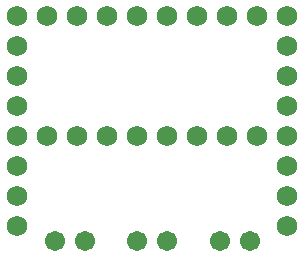
<source format=gbs>
G04 Layer_Color=16711935*
%FSLAX25Y25*%
%MOIN*%
G70*
G01*
G75*
%ADD15C,0.06800*%
%ADD16C,0.06706*%
D15*
X192500Y182500D02*
D03*
Y172500D02*
D03*
Y162500D02*
D03*
Y152500D02*
D03*
Y142500D02*
D03*
Y132500D02*
D03*
Y122500D02*
D03*
Y112500D02*
D03*
X102500Y182500D02*
D03*
Y172500D02*
D03*
Y162500D02*
D03*
Y152500D02*
D03*
Y142500D02*
D03*
Y132500D02*
D03*
Y122500D02*
D03*
Y112500D02*
D03*
X122500Y142500D02*
D03*
X132500D02*
D03*
X142500D02*
D03*
X152500D02*
D03*
X162500D02*
D03*
X172500D02*
D03*
X182500D02*
D03*
X122500Y182500D02*
D03*
X132500D02*
D03*
X142500D02*
D03*
X182500D02*
D03*
X172500D02*
D03*
X162500D02*
D03*
X152500D02*
D03*
X112500D02*
D03*
Y142500D02*
D03*
D16*
X125000Y107500D02*
D03*
X115000D02*
D03*
X142500D02*
D03*
X152500D02*
D03*
X180000D02*
D03*
X170000D02*
D03*
M02*

</source>
